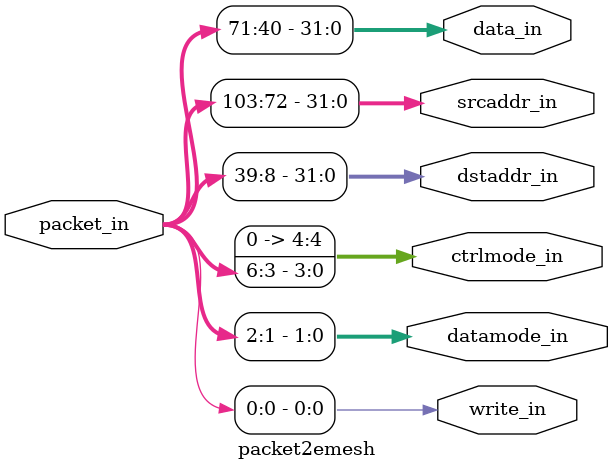
<source format=v>
/*
 * ---- E4 PACKET FORMAT (104 bits) ----
 * [0]       write bit
 * [2:1]     datamode
 * [6:3]     ctrlmode
 * [7]       reserved
 * [39:8]    f0 = dstaddr(lo)
 * [71:40]   f1 = data (lo)
 * [103:72]  f2 = srcaddr(lo) / data (hi)
 * 
 */

module packet2emesh(/*AUTOARG*/
   // Outputs
   write_in, datamode_in, ctrlmode_in, dstaddr_in, srcaddr_in,
   data_in,
   // Inputs
   packet_in
   );

   parameter AW     = 32;   
   parameter PW     = (2*AW+40); 

   //Input packet
   input [PW-1:0]   packet_in;

   //Emesh signal bundle 
   output 	     write_in;
   output [1:0]      datamode_in;
   output [4:0]      ctrlmode_in;
   output [AW-1:0]   dstaddr_in;
   output [AW-1:0]   srcaddr_in;
   output [AW-1:0]   data_in;

   generate
      if(AW==32 & PW==104)
	begin
	   assign write_in           = packet_in[0];   
	   assign datamode_in[1:0]   = packet_in[2:1];   
	   assign ctrlmode_in[4:0]   = {1'b0,packet_in[6:3]};   
	   assign dstaddr_in[31:0]   = packet_in[39:8]; 	 
	   assign srcaddr_in[31:0]   = packet_in[103:72];  
	   assign data_in[63:0]      = packet_in[103:40];  
	end
      else
	begin
	   initial
	     $display ("Only AW=32 and PW=104 is supported");
	end
   endgenerate
   
endmodule // packet2emesh





</source>
